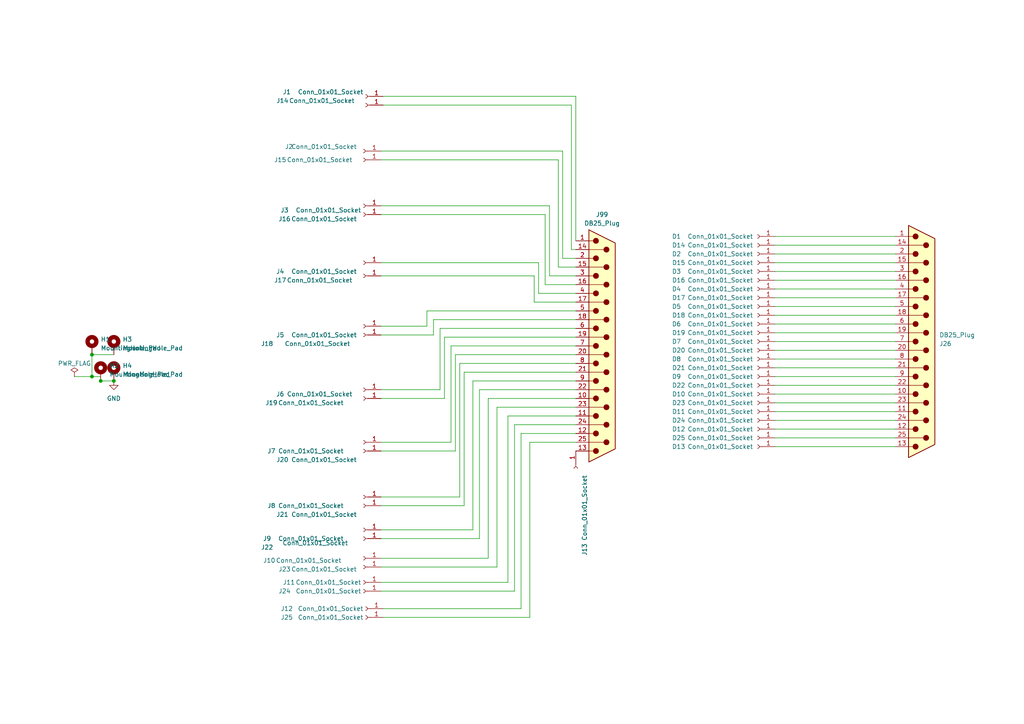
<source format=kicad_sch>
(kicad_sch (version 20230121) (generator eeschema)
  (paper "A4")
  (lib_symbols
    (symbol "Connector:Conn_01x01_Socket" (pin_names (offset 1.016) hide)
      (property "Reference" "J" (at 0 2.54 0))
      (property "Value" "Conn_01x01_Socket" (at 0 -2.54 0))
      (symbol "Conn_01x01_Socket_1_1"
        (polyline (pts (xy -1.27 0) (xy -0.508 0)) (stroke (width 0.1524)))
        (arc (start 0 0.508) (mid -0.5058 0) (end 0 -0.508) (stroke (width 0.1524)))
        (pin passive line (at -5.08 0 0) (length 3.81) (name "Pin_1") (number "1"))
      )
    )
    (symbol "Connector:DB25_Plug" (pin_names (offset 1.016) hide)
      (property "Reference" "J" (at 0 34.29 0))
      (property "Value" "DB25_Plug" (at 0 -34.925 0))
      (symbol "DB25_Plug_0_1"
        (circle (center -1.778 -30.48) (radius 0.762) (fill (type outline)))
        (circle (center -1.778 -25.4) (radius 0.762) (fill (type outline)))
        (circle (center -1.778 -20.32) (radius 0.762) (fill (type outline)))
        (circle (center -1.778 -15.24) (radius 0.762) (fill (type outline)))
        (circle (center -1.778 -10.16) (radius 0.762) (fill (type outline)))
        (circle (center -1.778 -5.08) (radius 0.762) (fill (type outline)))
        (circle (center -1.778 0) (radius 0.762) (fill (type outline)))
        (circle (center -1.778 5.08) (radius 0.762) (fill (type outline)))
        (circle (center -1.778 10.16) (radius 0.762) (fill (type outline)))
        (circle (center -1.778 15.24) (radius 0.762) (fill (type outline)))
        (circle (center -1.778 20.32) (radius 0.762) (fill (type outline)))
        (circle (center -1.778 25.4) (radius 0.762) (fill (type outline)))
        (circle (center -1.778 30.48) (radius 0.762) (fill (type outline)))
        (polyline (pts (xy -3.81 -30.48) (xy -2.54 -30.48)))
        (polyline (pts (xy -3.81 -27.94) (xy 0.508 -27.94)))
        (polyline (pts (xy -3.81 -25.4) (xy -2.54 -25.4)))
        (polyline (pts (xy -3.81 -22.86) (xy 0.508 -22.86)))
        (polyline (pts (xy -3.81 -20.32) (xy -2.54 -20.32)))
        (polyline (pts (xy -3.81 -17.78) (xy 0.508 -17.78)))
        (polyline (pts (xy -3.81 -15.24) (xy -2.54 -15.24)))
        (polyline (pts (xy -3.81 -12.7) (xy 0.508 -12.7)))
        (polyline (pts (xy -3.81 -10.16) (xy -2.54 -10.16)))
        (polyline (pts (xy -3.81 -7.62) (xy 0.508 -7.62)))
        (polyline (pts (xy -3.81 -5.08) (xy -2.54 -5.08)))
        (polyline (pts (xy -3.81 -2.54) (xy 0.508 -2.54)))
        (polyline (pts (xy -3.81 0) (xy -2.54 0)))
        (polyline (pts (xy -3.81 2.54) (xy 0.508 2.54)))
        (polyline (pts (xy -3.81 5.08) (xy -2.54 5.08)))
        (polyline (pts (xy -3.81 7.62) (xy 0.508 7.62)))
        (polyline (pts (xy -3.81 10.16) (xy -2.54 10.16)))
        (polyline (pts (xy -3.81 12.7) (xy 0.508 12.7)))
        (polyline (pts (xy -3.81 15.24) (xy -2.54 15.24)))
        (polyline (pts (xy -3.81 17.78) (xy 0.508 17.78)))
        (polyline (pts (xy -3.81 20.32) (xy -2.54 20.32)))
        (polyline (pts (xy -3.81 22.86) (xy 0.508 22.86)))
        (polyline (pts (xy -3.81 25.4) (xy -2.54 25.4)))
        (polyline (pts (xy -3.81 27.94) (xy 0.508 27.94)))
        (polyline (pts (xy -3.81 30.48) (xy -2.54 30.48)))
        (polyline (pts (xy -3.81 -33.655) (xy 3.81 -29.845) (xy 3.81 29.845) (xy -3.81 33.655) (xy -3.81 -33.655)) (stroke (width 0.254)) (fill (type background)))
        (circle (center 1.27 -27.94) (radius 0.762) (fill (type outline)))
        (circle (center 1.27 -22.86) (radius 0.762) (fill (type outline)))
        (circle (center 1.27 -17.78) (radius 0.762) (fill (type outline)))
        (circle (center 1.27 -12.7) (radius 0.762) (fill (type outline)))
        (circle (center 1.27 -7.62) (radius 0.762) (fill (type outline)))
        (circle (center 1.27 -2.54) (radius 0.762) (fill (type outline)))
        (circle (center 1.27 2.54) (radius 0.762) (fill (type outline)))
        (circle (center 1.27 7.62) (radius 0.762) (fill (type outline)))
        (circle (center 1.27 12.7) (radius 0.762) (fill (type outline)))
        (circle (center 1.27 17.78) (radius 0.762) (fill (type outline)))
        (circle (center 1.27 22.86) (radius 0.762) (fill (type outline)))
        (circle (center 1.27 27.94) (radius 0.762) (fill (type outline)))
      )
      (symbol "DB25_Plug_1_1"
        (pin passive line (at -7.62 -30.48 0) (length 3.81) (name "1") (number "1"))
        (pin passive line (at -7.62 15.24 0) (length 3.81) (name "10") (number "10"))
        (pin passive line (at -7.62 20.32 0) (length 3.81) (name "11") (number "11"))
        (pin passive line (at -7.62 25.4 0) (length 3.81) (name "12") (number "12"))
        (pin passive line (at -7.62 30.48 0) (length 3.81) (name "13") (number "13"))
        (pin passive line (at -7.62 -27.94 0) (length 3.81) (name "P14") (number "14"))
        (pin passive line (at -7.62 -22.86 0) (length 3.81) (name "P15") (number "15"))
        (pin passive line (at -7.62 -17.78 0) (length 3.81) (name "P16") (number "16"))
        (pin passive line (at -7.62 -12.7 0) (length 3.81) (name "P17") (number "17"))
        (pin passive line (at -7.62 -7.62 0) (length 3.81) (name "P18") (number "18"))
        (pin passive line (at -7.62 -2.54 0) (length 3.81) (name "P19") (number "19"))
        (pin passive line (at -7.62 -25.4 0) (length 3.81) (name "2") (number "2"))
        (pin passive line (at -7.62 2.54 0) (length 3.81) (name "P20") (number "20"))
        (pin passive line (at -7.62 7.62 0) (length 3.81) (name "P21") (number "21"))
        (pin passive line (at -7.62 12.7 0) (length 3.81) (name "P22") (number "22"))
        (pin passive line (at -7.62 17.78 0) (length 3.81) (name "P23") (number "23"))
        (pin passive line (at -7.62 22.86 0) (length 3.81) (name "P24") (number "24"))
        (pin passive line (at -7.62 27.94 0) (length 3.81) (name "P25") (number "25"))
        (pin passive line (at -7.62 -20.32 0) (length 3.81) (name "3") (number "3"))
        (pin passive line (at -7.62 -15.24 0) (length 3.81) (name "4") (number "4"))
        (pin passive line (at -7.62 -10.16 0) (length 3.81) (name "5") (number "5"))
        (pin passive line (at -7.62 -5.08 0) (length 3.81) (name "6") (number "6"))
        (pin passive line (at -7.62 0 0) (length 3.81) (name "7") (number "7"))
        (pin passive line (at -7.62 5.08 0) (length 3.81) (name "8") (number "8"))
        (pin passive line (at -7.62 10.16 0) (length 3.81) (name "9") (number "9"))
      )
    )
    (symbol "Mechanical:MountingHole_Pad" (pin_numbers hide) (pin_names (offset 1.016) hide)
      (property "Reference" "H" (at 0 6.35 0))
      (property "Value" "MountingHole_Pad" (at 0 4.445 0))
      (symbol "MountingHole_Pad_0_1"
        (circle (center 0 1.27) (radius 1.27) (stroke (width 1.27)))
      )
      (symbol "MountingHole_Pad_1_1"
        (pin input line (at 0 -2.54 90) (length 2.54) (name "1") (number "1"))
      )
    )
    (symbol "power:GND" (power) (pin_names (offset 0))
      (property "Value" "GND" (at 0 -3.81 0))
      (symbol "GND_0_1"
        (polyline (pts (xy 0 0) (xy 0 -1.27) (xy 1.27 -1.27) (xy 0 -2.54) (xy -1.27 -1.27) (xy 0 -1.27)))
      )
      (symbol "GND_1_1"
        (pin power_in line (at 0 0 270) (length 0) hide (name "GND") (number "1"))
      )
    )
    (symbol "power:PWR_FLAG" (power) (pin_numbers hide) (pin_names (offset 0) hide)
      (property "Value" "PWR_FLAG" (at 0 3.81 0))
      (symbol "PWR_FLAG_0_0"
        (pin power_out line (at 0 0 90) (length 0) (name "pwr") (number "1"))
      )
      (symbol "PWR_FLAG_0_1"
        (polyline (pts (xy 0 0) (xy 0 1.27) (xy -1.016 1.905) (xy 0 2.54) (xy 1.016 1.905) (xy 0 1.27)))
      )
    )
  )
  (junction (at 26.67 102.87))
  (junction (at 33.02 110.49))
  (junction (at 26.67 109.22))
  (junction (at 29.21 110.49))
  (wire (pts (xy 147.32 120.65) (xy 147.32 168.91)))
  (wire (pts (xy 127.635 95.25) (xy 127.635 113.03)))
  (wire (pts (xy 110.49 130.81) (xy 132.08 130.81)))
  (wire (pts (xy 167.005 110.49) (xy 137.16 110.49)))
  (wire (pts (xy 224.79 68.58) (xy 259.715 68.58)))
  (wire (pts (xy 167.005 102.87) (xy 132.08 102.87)))
  (wire (pts (xy 167.005 95.25) (xy 127.635 95.25)))
  (wire (pts (xy 111.125 179.07) (xy 153.67 179.07)))
  (wire (pts (xy 147.32 120.65) (xy 167.005 120.65)))
  (wire (pts (xy 147.32 168.91) (xy 110.49 168.91)))
  (wire (pts (xy 144.145 164.465) (xy 144.145 118.11)))
  (wire (pts (xy 224.79 71.12) (xy 259.715 71.12)))
  (wire (pts (xy 110.49 46.355) (xy 161.925 46.355)))
  (wire (pts (xy 111.125 27.94) (xy 167.005 27.94)))
  (wire (pts (xy 110.49 59.69) (xy 159.385 59.69)))
  (wire (pts (xy 224.79 86.36) (xy 259.715 86.36)))
  (wire (pts (xy 224.79 104.14) (xy 259.715 104.14)))
  (wire (pts (xy 26.67 102.87) (xy 26.67 109.22)))
  (wire (pts (xy 156.21 76.2) (xy 156.21 85.09)))
  (wire (pts (xy 141.605 115.57) (xy 141.605 161.925)))
  (wire (pts (xy 151.13 125.73) (xy 151.13 176.53)))
  (wire (pts (xy 167.005 100.33) (xy 130.81 100.33)))
  (wire (pts (xy 123.825 90.17) (xy 123.825 94.615)))
  (wire (pts (xy 224.79 106.68) (xy 259.715 106.68)))
  (wire (pts (xy 224.79 93.98) (xy 259.715 93.98)))
  (wire (pts (xy 144.145 118.11) (xy 167.005 118.11)))
  (wire (pts (xy 156.21 85.09) (xy 167.005 85.09)))
  (wire (pts (xy 224.79 129.54) (xy 259.715 129.54)))
  (wire (pts (xy 110.49 171.45) (xy 149.225 171.45)))
  (wire (pts (xy 167.005 125.73) (xy 151.13 125.73)))
  (wire (pts (xy 167.005 82.55) (xy 158.115 82.55)))
  (wire (pts (xy 224.79 119.38) (xy 259.715 119.38)))
  (wire (pts (xy 110.49 97.155) (xy 125.73 97.155)))
  (wire (pts (xy 224.79 109.22) (xy 259.715 109.22)))
  (wire (pts (xy 110.49 156.21) (xy 139.065 156.21)))
  (wire (pts (xy 151.13 176.53) (xy 111.125 176.53)))
  (wire (pts (xy 128.905 97.79) (xy 128.905 115.57)))
  (wire (pts (xy 224.79 101.6) (xy 259.715 101.6)))
  (wire (pts (xy 224.79 124.46) (xy 259.715 124.46)))
  (wire (pts (xy 224.79 73.66) (xy 259.715 73.66)))
  (wire (pts (xy 137.16 110.49) (xy 137.16 153.67)))
  (wire (pts (xy 224.79 88.9) (xy 259.715 88.9)))
  (wire (pts (xy 163.195 43.815) (xy 163.195 74.93)))
  (wire (pts (xy 21.59 109.22) (xy 26.67 109.22)))
  (wire (pts (xy 224.79 114.3) (xy 259.715 114.3)))
  (wire (pts (xy 167.005 87.63) (xy 154.94 87.63)))
  (wire (pts (xy 224.79 76.2) (xy 259.715 76.2)))
  (wire (pts (xy 149.225 123.19) (xy 167.005 123.19)))
  (wire (pts (xy 159.385 80.01) (xy 167.005 80.01)))
  (wire (pts (xy 224.79 91.44) (xy 259.715 91.44)))
  (wire (pts (xy 224.79 121.92) (xy 259.715 121.92)))
  (wire (pts (xy 130.81 100.33) (xy 130.81 128.27)))
  (wire (pts (xy 167.005 69.85) (xy 167.005 27.94)))
  (wire (pts (xy 153.67 128.27) (xy 167.005 128.27)))
  (wire (pts (xy 224.79 99.06) (xy 259.715 99.06)))
  (wire (pts (xy 165.735 30.48) (xy 165.735 72.39)))
  (wire (pts (xy 153.67 179.07) (xy 153.67 128.27)))
  (wire (pts (xy 224.79 83.82) (xy 259.715 83.82)))
  (wire (pts (xy 224.79 78.74) (xy 259.715 78.74)))
  (wire (pts (xy 110.49 128.27) (xy 130.81 128.27)))
  (wire (pts (xy 224.79 111.76) (xy 259.715 111.76)))
  (wire (pts (xy 132.08 102.87) (xy 132.08 130.81)))
  (wire (pts (xy 123.825 90.17) (xy 167.005 90.17)))
  (wire (pts (xy 125.73 92.71) (xy 125.73 97.155)))
  (wire (pts (xy 167.005 97.79) (xy 128.905 97.79)))
  (wire (pts (xy 110.49 144.145) (xy 133.35 144.145)))
  (wire (pts (xy 224.79 116.84) (xy 259.715 116.84)))
  (wire (pts (xy 161.925 46.355) (xy 161.925 77.47)))
  (wire (pts (xy 134.62 107.95) (xy 134.62 146.685)))
  (wire (pts (xy 110.49 146.685) (xy 134.62 146.685)))
  (wire (pts (xy 110.49 76.2) (xy 156.21 76.2)))
  (wire (pts (xy 224.79 127) (xy 259.715 127)))
  (wire (pts (xy 139.065 113.03) (xy 167.005 113.03)))
  (wire (pts (xy 149.225 171.45) (xy 149.225 123.19)))
  (wire (pts (xy 26.67 102.87) (xy 33.02 102.87)))
  (wire (pts (xy 163.195 74.93) (xy 167.005 74.93)))
  (wire (pts (xy 125.73 92.71) (xy 167.005 92.71)))
  (wire (pts (xy 158.115 82.55) (xy 158.115 62.23)))
  (wire (pts (xy 224.79 81.28) (xy 259.715 81.28)))
  (wire (pts (xy 29.21 109.22) (xy 29.21 110.49)))
  (wire (pts (xy 110.49 43.815) (xy 163.195 43.815)))
  (wire (pts (xy 137.16 153.67) (xy 110.49 153.67)))
  (wire (pts (xy 110.49 164.465) (xy 144.145 164.465)))
  (wire (pts (xy 133.35 105.41) (xy 133.35 144.145)))
  (wire (pts (xy 165.735 72.39) (xy 167.005 72.39)))
  (wire (pts (xy 29.21 110.49) (xy 33.02 110.49)))
  (wire (pts (xy 111.125 30.48) (xy 165.735 30.48)))
  (wire (pts (xy 110.49 62.23) (xy 158.115 62.23)))
  (wire (pts (xy 139.065 156.21) (xy 139.065 113.03)))
  (wire (pts (xy 167.005 107.95) (xy 134.62 107.95)))
  (wire (pts (xy 167.005 115.57) (xy 141.605 115.57)))
  (wire (pts (xy 141.605 161.925) (xy 110.49 161.925)))
  (wire (pts (xy 224.79 96.52) (xy 259.715 96.52)))
  (wire (pts (xy 159.385 59.69) (xy 159.385 80.01)))
  (wire (pts (xy 110.49 115.57) (xy 128.905 115.57)))
  (wire (pts (xy 167.005 105.41) (xy 133.35 105.41)))
  (wire (pts (xy 110.49 80.01) (xy 154.94 80.01)))
  (wire (pts (xy 110.49 94.615) (xy 123.825 94.615)))
  (wire (pts (xy 154.94 87.63) (xy 154.94 80.01)))
  (wire (pts (xy 26.67 109.22) (xy 29.21 109.22)))
  (wire (pts (xy 161.925 77.47) (xy 167.005 77.47)))
  (wire (pts (xy 110.49 113.03) (xy 127.635 113.03)))
  (symbol (lib_id "Connector:Conn_01x01_Socket") (at 106.045 30.48 0) (mirror y) (unit 1)
    (property "Reference" "J14" (at 81.915 29.21 0))
    (property "Value" "Conn_01x01_Socket" (at 93.345 29.21 0))
    (property "Footprint" "0_footprint_Library:SolderWirePad_1x01_SMD_0.5x2mm_1" (effects hide))
  )
  (symbol (lib_id "Connector:Conn_01x01_Socket") (at 167.005 135.89 90) (mirror x) (unit 1)
    (property "Reference" "J13" (at 169.545 159.385 0))
    (property "Value" "Conn_01x01_Socket" (at 169.545 147.32 0))
    (property "Footprint" "0_footprint_Library:SolderWirePad_1x01_SMD_0.258x2mm" (effects hide))
  )
  (symbol (lib_id "Connector:Conn_01x01_Socket") (at 105.41 43.815 0) (mirror y) (unit 1)
    (property "Reference" "J2" (at 83.82 42.545 0))
    (property "Value" "Conn_01x01_Socket" (at 93.98 42.545 0))
    (property "Footprint" "0_footprint_Library:SolderWirePad_1x01_SMD_0.258x2mm" (effects hide))
  )
  (symbol (lib_id "Connector:Conn_01x01_Socket") (at 105.41 97.155 0) (mirror y) (unit 1)
    (property "Reference" "J18" (at 77.47 99.695 0))
    (property "Value" "Conn_01x01_Socket" (at 92.075 99.695 0))
    (property "Footprint" "0_footprint_Library:SolderWirePad_1x01_SMD_0.5x2mm_1" (effects hide))
  )
  (symbol (lib_id "Connector:Conn_01x01_Socket") (at 219.71 83.82 0) (mirror y) (unit 1)
    (property "Reference" "D4" (at 196.215 83.82 0))
    (property "Value" "Conn_01x01_Socket" (at 208.915 83.82 0))
    (property "Footprint" "0_footprint_Library:SolderWirePad_1x01_SMD_0.258x2mm" (effects hide))
  )
  (symbol (lib_id "Connector:Conn_01x01_Socket") (at 105.41 153.67 0) (mirror y) (unit 1)
    (property "Reference" "J9" (at 77.47 156.21 0))
    (property "Value" "Conn_01x01_Socket" (at 90.17 156.21 0))
    (property "Footprint" "0_footprint_Library:SolderWirePad_1x01_SMD_0.258x2mm" (effects hide))
  )
  (symbol (lib_id "Connector:Conn_01x01_Socket") (at 105.41 164.465 0) (mirror y) (unit 1)
    (property "Reference" "J23" (at 82.55 165.1 0))
    (property "Value" "Conn_01x01_Socket" (at 93.98 165.1 0))
    (property "Footprint" "0_footprint_Library:SolderWirePad_1x01_SMD_0.5x2mm_1" (effects hide))
  )
  (symbol (lib_id "Connector:Conn_01x01_Socket") (at 219.71 111.76 0) (mirror y) (unit 1)
    (property "Reference" "D22" (at 196.85 111.76 0))
    (property "Value" "Conn_01x01_Socket" (at 208.915 111.76 0))
    (property "Footprint" "0_footprint_Library:SolderWirePad_1x01_SMD_0.258x2mm" (effects hide))
  )
  (symbol (lib_id "Connector:Conn_01x01_Socket") (at 219.71 96.52 0) (mirror y) (unit 1)
    (property "Reference" "D19" (at 196.85 96.52 0))
    (property "Value" "Conn_01x01_Socket" (at 208.915 96.52 0))
    (property "Footprint" "0_footprint_Library:SolderWirePad_1x01_SMD_0.258x2mm" (effects hide))
  )
  (symbol (lib_id "Connector:Conn_01x01_Socket") (at 219.71 109.22 0) (mirror y) (unit 1)
    (property "Reference" "D9" (at 196.215 109.22 0))
    (property "Value" "Conn_01x01_Socket" (at 208.915 109.22 0))
    (property "Footprint" "0_footprint_Library:SolderWirePad_1x01_SMD_0.258x2mm" (effects hide))
  )
  (symbol (lib_id "Connector:Conn_01x01_Socket") (at 105.41 156.21 0) (mirror y) (unit 1)
    (property "Reference" "J22" (at 77.47 158.75 0))
    (property "Value" "Conn_01x01_Socket" (at 91.44 157.48 0))
    (property "Footprint" "0_footprint_Library:SolderWirePad_1x01_SMD_0.5x2mm_1" (effects hide))
  )
  (symbol (lib_id "Connector:Conn_01x01_Socket") (at 219.71 88.9 0) (mirror y) (unit 1)
    (property "Reference" "D5" (at 196.215 88.9 0))
    (property "Value" "Conn_01x01_Socket" (at 208.915 88.9 0))
    (property "Footprint" "0_footprint_Library:SolderWirePad_1x01_SMD_0.258x2mm" (effects hide))
  )
  (symbol (lib_id "Connector:Conn_01x01_Socket") (at 105.41 146.685 0) (mirror y) (unit 1)
    (property "Reference" "J21" (at 81.915 149.225 0))
    (property "Value" "Conn_01x01_Socket" (at 93.98 149.225 0))
    (property "Footprint" "0_footprint_Library:SolderWirePad_1x01_SMD_0.5x2mm_1" (effects hide))
  )
  (symbol (lib_id "Connector:Conn_01x01_Socket") (at 105.41 59.69 0) (mirror y) (unit 1)
    (property "Reference" "J3" (at 82.55 60.96 0))
    (property "Value" "Conn_01x01_Socket" (at 95.25 60.96 0))
    (property "Footprint" "0_footprint_Library:SolderWirePad_1x01_SMD_0.258x2mm" (effects hide))
  )
  (symbol (lib_id "power:GND") (at 33.02 110.49 0) (unit 1)
    (property "Reference" "#PWR01" (effects hide))
    (property "Value" "GND" (at 33.02 115.57 0))
  )
  (symbol (lib_id "Mechanical:MountingHole_Pad") (at 29.21 107.95 0) (unit 1)
    (property "Reference" "H2" (at 31.75 106.045 0) (effects (justify left)))
    (property "Value" "MountingHole_Pad" (at 31.75 108.585 0) (effects (justify left)))
    (property "Footprint" "0_footprint_Library:MountingHole_3mm_2-56_DIN965_Pad" (effects hide))
  )
  (symbol (lib_id "Connector:Conn_01x01_Socket") (at 106.045 179.07 0) (mirror y) (unit 1)
    (property "Reference" "J25" (at 83.185 179.07 0))
    (property "Value" "Conn_01x01_Socket" (at 95.885 179.07 0))
    (property "Footprint" "0_footprint_Library:SolderWirePad_1x01_SMD_0.5x2mm_1" (effects hide))
  )
  (symbol (lib_id "Connector:Conn_01x01_Socket") (at 105.41 115.57 0) (mirror y) (unit 1)
    (property "Reference" "J19" (at 78.74 116.84 0))
    (property "Value" "Conn_01x01_Socket" (at 90.17 116.84 0))
    (property "Footprint" "0_footprint_Library:SolderWirePad_1x01_SMD_0.5x2mm_1" (effects hide))
  )
  (symbol (lib_id "Connector:Conn_01x01_Socket") (at 219.71 99.06 0) (mirror y) (unit 1)
    (property "Reference" "D7" (at 196.215 99.06 0))
    (property "Value" "Conn_01x01_Socket" (at 208.915 99.06 0))
    (property "Footprint" "0_footprint_Library:SolderWirePad_1x01_SMD_0.258x2mm" (effects hide))
  )
  (symbol (lib_id "Connector:Conn_01x01_Socket") (at 105.41 62.23 0) (mirror y) (unit 1)
    (property "Reference" "J16" (at 82.55 63.5 0))
    (property "Value" "Conn_01x01_Socket" (at 93.98 63.5 0))
    (property "Footprint" "0_footprint_Library:SolderWirePad_1x01_SMD_0.5x2mm_1" (effects hide))
  )
  (symbol (lib_id "Mechanical:MountingHole_Pad") (at 26.67 100.33 0) (unit 1)
    (property "Reference" "H1" (at 29.21 98.425 0) (effects (justify left)))
    (property "Value" "MountingHole_Pad" (at 29.21 100.965 0) (effects (justify left)))
    (property "Footprint" "0_footprint_Library:MountingHole_3mm_2-56_DIN965_Pad" (effects hide))
  )
  (symbol (lib_id "Connector:Conn_01x01_Socket") (at 219.71 93.98 0) (mirror y) (unit 1)
    (property "Reference" "D6" (at 196.215 93.98 0))
    (property "Value" "Conn_01x01_Socket" (at 208.915 93.98 0))
    (property "Footprint" "0_footprint_Library:SolderWirePad_1x01_SMD_0.258x2mm" (effects hide))
  )
  (symbol (lib_id "Connector:Conn_01x01_Socket") (at 219.71 81.28 0) (mirror y) (unit 1)
    (property "Reference" "D16" (at 196.85 81.28 0))
    (property "Value" "Conn_01x01_Socket" (at 208.915 81.28 0))
    (property "Footprint" "0_footprint_Library:SolderWirePad_1x01_SMD_0.258x2mm" (effects hide))
  )
  (symbol (lib_id "Connector:Conn_01x01_Socket") (at 219.71 76.2 0) (mirror y) (unit 1)
    (property "Reference" "D15" (at 196.85 76.2 0))
    (property "Value" "Conn_01x01_Socket" (at 208.915 76.2 0))
    (property "Footprint" "0_footprint_Library:SolderWirePad_1x01_SMD_0.258x2mm" (effects hide))
  )
  (symbol (lib_id "Connector:Conn_01x01_Socket") (at 219.71 114.3 0) (mirror y) (unit 1)
    (property "Reference" "D10" (at 196.85 114.3 0))
    (property "Value" "Conn_01x01_Socket" (at 208.915 114.3 0))
    (property "Footprint" "0_footprint_Library:SolderWirePad_1x01_SMD_0.258x2mm" (effects hide))
  )
  (symbol (lib_id "Connector:Conn_01x01_Socket") (at 106.045 27.94 0) (mirror y) (unit 1)
    (property "Reference" "J1" (at 83.185 26.67 0))
    (property "Value" "Conn_01x01_Socket" (at 95.885 26.67 0))
    (property "Footprint" "0_footprint_Library:SolderWirePad_1x01_SMD_0.258x2mm" (effects hide))
  )
  (symbol (lib_id "Connector:Conn_01x01_Socket") (at 105.41 46.355 0) (mirror y) (unit 1)
    (property "Reference" "J15" (at 81.28 46.355 0))
    (property "Value" "Conn_01x01_Socket" (at 92.71 46.355 0))
    (property "Footprint" "0_footprint_Library:SolderWirePad_1x01_SMD_0.5x2mm_1" (effects hide))
  )
  (symbol (lib_id "Connector:Conn_01x01_Socket") (at 105.41 168.91 0) (mirror y) (unit 1)
    (property "Reference" "J11" (at 83.82 168.91 0))
    (property "Value" "Conn_01x01_Socket" (at 95.25 168.91 0))
    (property "Footprint" "0_footprint_Library:SolderWirePad_1x01_SMD_0.258x2mm" (effects hide))
  )
  (symbol (lib_id "Connector:Conn_01x01_Socket") (at 105.41 144.145 0) (mirror y) (unit 1)
    (property "Reference" "J8" (at 78.74 146.685 0))
    (property "Value" "Conn_01x01_Socket" (at 90.17 146.685 0))
    (property "Footprint" "0_footprint_Library:SolderWirePad_1x01_SMD_0.258x2mm" (effects hide))
  )
  (symbol (lib_id "Connector:Conn_01x01_Socket") (at 219.71 71.12 0) (mirror y) (unit 1)
    (property "Reference" "D14" (at 196.85 71.12 0))
    (property "Value" "Conn_01x01_Socket" (at 208.915 71.12 0))
    (property "Footprint" "0_footprint_Library:SolderWirePad_1x01_SMD_0.258x2mm" (effects hide))
  )
  (symbol (lib_id "Connector:Conn_01x01_Socket") (at 105.41 161.925 0) (mirror y) (unit 1)
    (property "Reference" "J10" (at 78.105 162.56 0))
    (property "Value" "Conn_01x01_Socket" (at 89.535 162.56 0))
    (property "Footprint" "0_footprint_Library:SolderWirePad_1x01_SMD_0.258x2mm" (effects hide))
  )
  (symbol (lib_id "Connector:Conn_01x01_Socket") (at 105.41 130.81 0) (mirror y) (unit 1)
    (property "Reference" "J20" (at 81.915 133.35 0))
    (property "Value" "Conn_01x01_Socket" (at 93.98 133.35 0))
    (property "Footprint" "0_footprint_Library:SolderWirePad_1x01_SMD_0.5x2mm_1" (effects hide))
  )
  (symbol (lib_id "Connector:Conn_01x01_Socket") (at 106.045 176.53 0) (mirror y) (unit 1)
    (property "Reference" "J12" (at 83.185 176.53 0))
    (property "Value" "Conn_01x01_Socket" (at 95.885 176.53 0))
    (property "Footprint" "0_footprint_Library:SolderWirePad_1x01_SMD_0.258x2mm" (effects hide))
  )
  (symbol (lib_id "Connector:Conn_01x01_Socket") (at 105.41 171.45 0) (mirror y) (unit 1)
    (property "Reference" "J24" (at 82.55 171.45 0))
    (property "Value" "Conn_01x01_Socket" (at 95.25 171.45 0))
    (property "Footprint" "0_footprint_Library:SolderWirePad_1x01_SMD_0.5x2mm_1" (effects hide))
  )
  (symbol (lib_id "Connector:Conn_01x01_Socket") (at 105.41 94.615 0) (mirror y) (unit 1)
    (property "Reference" "J5" (at 81.28 97.155 0))
    (property "Value" "Conn_01x01_Socket" (at 93.98 97.155 0))
    (property "Footprint" "0_footprint_Library:SolderWirePad_1x01_SMD_0.258x2mm" (effects hide))
  )
  (symbol (lib_id "Mechanical:MountingHole_Pad") (at 33.02 100.33 0) (unit 1)
    (property "Reference" "H3" (at 35.56 98.425 0) (effects (justify left)))
    (property "Value" "MountingHole_Pad" (at 35.56 100.965 0) (effects (justify left)))
    (property "Footprint" "0_footprint_Library:MountingHole_3mm_2-56_DIN965_Pad" (effects hide))
  )
  (symbol (lib_id "Mechanical:MountingHole_Pad") (at 33.02 107.95 0) (unit 1)
    (property "Reference" "H4" (at 35.56 106.045 0) (effects (justify left)))
    (property "Value" "MountingHole_Pad" (at 35.56 108.585 0) (effects (justify left)))
    (property "Footprint" "0_footprint_Library:MountingHole_3mm_2-56_DIN965_Pad" (effects hide))
  )
  (symbol (lib_id "Connector:Conn_01x01_Socket") (at 219.71 129.54 0) (mirror y) (unit 1)
    (property "Reference" "D13" (at 196.85 129.54 0))
    (property "Value" "Conn_01x01_Socket" (at 208.915 129.54 0))
    (property "Footprint" "0_footprint_Library:SolderWirePad_1x01_SMD_0.5x2mm_1" (effects hide))
  )
  (symbol (lib_id "Connector:DB25_Plug") (at 174.625 100.33 0) (mirror x) (unit 1)
    (property "Reference" "J99" (at 174.625 62.23 0))
    (property "Value" "DB25_Plug" (at 174.625 64.77 0))
    (property "Footprint" "0_footprint_Library:Norcomp-380-025-113L001-microd_Updated" (effects hide))
    (property "Datasheet" " ~" (effects hide))
  )
  (symbol (lib_id "Connector:Conn_01x01_Socket") (at 219.71 78.74 0) (mirror y) (unit 1)
    (property "Reference" "D3" (at 196.215 78.74 0))
    (property "Value" "Conn_01x01_Socket" (at 208.915 78.74 0))
    (property "Footprint" "0_footprint_Library:SolderWirePad_1x01_SMD_0.5x2mm_1" (effects hide))
  )
  (symbol (lib_id "Connector:Conn_01x01_Socket") (at 219.71 68.58 0) (mirror y) (unit 1)
    (property "Reference" "D1" (at 196.215 68.58 0))
    (property "Value" "Conn_01x01_Socket" (at 208.915 68.58 0))
    (property "Footprint" "0_footprint_Library:SolderWirePad_1x01_SMD_0.258x2mm" (effects hide))
  )
  (symbol (lib_id "power:PWR_FLAG") (at 21.59 109.22 0) (unit 1)
    (property "Reference" "#FLG01" (effects hide))
    (property "Value" "PWR_FLAG" (at 21.59 105.41 0))
  )
  (symbol (lib_id "Connector:DB25_Plug") (at 267.335 99.06 0) (mirror x) (unit 1)
    (property "Reference" "J26" (at 272.415 99.695 0) (effects (justify left)))
    (property "Value" "DB25_Plug" (at 272.415 97.155 0) (effects (justify left)))
    (property "Footprint" "0_footprint_Library:Norcomp-380-025-113L001-microd_Updated" (effects hide))
    (property "Datasheet" " ~" (effects hide))
  )
  (symbol (lib_id "Connector:Conn_01x01_Socket") (at 105.41 80.01 0) (mirror y) (unit 1)
    (property "Reference" "J17" (at 81.28 81.28 0))
    (property "Value" "Conn_01x01_Socket" (at 92.71 81.28 0))
    (property "Footprint" "0_footprint_Library:SolderWirePad_1x01_SMD_0.5x2mm_1" (effects hide))
  )
  (symbol (lib_id "Connector:Conn_01x01_Socket") (at 219.71 91.44 0) (mirror y) (unit 1)
    (property "Reference" "D18" (at 196.85 91.44 0))
    (property "Value" "Conn_01x01_Socket" (at 208.915 91.44 0))
    (property "Footprint" "0_footprint_Library:SolderWirePad_1x01_SMD_0.5x2mm_1" (effects hide))
  )
  (symbol (lib_id "Connector:Conn_01x01_Socket") (at 219.71 101.6 0) (mirror y) (unit 1)
    (property "Reference" "D20" (at 196.85 101.6 0))
    (property "Value" "Conn_01x01_Socket" (at 208.915 101.6 0))
    (property "Footprint" "0_footprint_Library:SolderWirePad_1x01_SMD_0.258x2mm" (effects hide))
  )
  (symbol (lib_id "Connector:Conn_01x01_Socket") (at 219.71 119.38 0) (mirror y) (unit 1)
    (property "Reference" "D11" (at 196.85 119.38 0))
    (property "Value" "Conn_01x01_Socket" (at 208.915 119.38 0))
    (property "Footprint" "0_footprint_Library:SolderWirePad_1x01_SMD_0.258x2mm" (effects hide))
  )
  (symbol (lib_id "Connector:Conn_01x01_Socket") (at 219.71 127 0) (mirror y) (unit 1)
    (property "Reference" "D25" (at 196.85 127 0))
    (property "Value" "Conn_01x01_Socket" (at 208.915 127 0))
    (property "Footprint" "0_footprint_Library:SolderWirePad_1x01_SMD_0.258x2mm" (effects hide))
  )
  (symbol (lib_id "Connector:Conn_01x01_Socket") (at 219.71 124.46 0) (mirror y) (unit 1)
    (property "Reference" "D12" (at 196.85 124.46 0))
    (property "Value" "Conn_01x01_Socket" (at 208.915 124.46 0))
    (property "Footprint" "0_footprint_Library:SolderWirePad_1x01_SMD_0.258x2mm" (effects hide))
  )
  (symbol (lib_id "Connector:Conn_01x01_Socket") (at 105.41 128.27 0) (mirror y) (unit 1)
    (property "Reference" "J7" (at 78.74 130.81 0))
    (property "Value" "Conn_01x01_Socket" (at 90.17 130.81 0))
    (property "Footprint" "0_footprint_Library:SolderWirePad_1x01_SMD_0.258x2mm" (effects hide))
  )
  (symbol (lib_id "Connector:Conn_01x01_Socket") (at 219.71 106.68 0) (mirror y) (unit 1)
    (property "Reference" "D21" (at 196.85 106.68 0))
    (property "Value" "Conn_01x01_Socket" (at 208.915 106.68 0))
    (property "Footprint" "0_footprint_Library:SolderWirePad_1x01_SMD_0.258x2mm" (effects hide))
  )
  (symbol (lib_id "Connector:Conn_01x01_Socket") (at 105.41 76.2 0) (mirror y) (unit 1)
    (property "Reference" "J4" (at 81.28 78.74 0))
    (property "Value" "Conn_01x01_Socket" (at 93.98 78.74 0))
    (property "Footprint" "0_footprint_Library:SolderWirePad_1x01_SMD_0.258x2mm" (effects hide))
  )
  (symbol (lib_id "Connector:Conn_01x01_Socket") (at 219.71 121.92 0) (mirror y) (unit 1)
    (property "Reference" "D24" (at 196.85 121.92 0))
    (property "Value" "Conn_01x01_Socket" (at 208.915 121.92 0))
    (property "Footprint" "0_footprint_Library:SolderWirePad_1x01_SMD_0.258x2mm" (effects hide))
  )
  (symbol (lib_id "Connector:Conn_01x01_Socket") (at 105.41 113.03 0) (mirror y) (unit 1)
    (property "Reference" "J6" (at 81.28 114.3 0))
    (property "Value" "Conn_01x01_Socket" (at 92.71 114.3 0))
    (property "Footprint" "0_footprint_Library:SolderWirePad_1x01_SMD_0.258x2mm" (effects hide))
  )
  (symbol (lib_id "Connector:Conn_01x01_Socket") (at 219.71 73.66 0) (mirror y) (unit 1)
    (property "Reference" "D2" (at 196.215 73.66 0))
    (property "Value" "Conn_01x01_Socket" (at 208.915 73.66 0))
    (property "Footprint" "0_footprint_Library:SolderWirePad_1x01_SMD_0.258x2mm" (effects hide))
  )
  (symbol (lib_id "Connector:Conn_01x01_Socket") (at 219.71 86.36 0) (mirror y) (unit 1)
    (property "Reference" "D17" (at 196.85 86.36 0))
    (property "Value" "Conn_01x01_Socket" (at 208.915 86.36 0))
    (property "Footprint" "0_footprint_Library:SolderWirePad_1x01_SMD_0.258x2mm" (effects hide))
  )
  (symbol (lib_id "Connector:Conn_01x01_Socket") (at 219.71 116.84 0) (mirror y) (unit 1)
    (property "Reference" "D23" (at 196.85 116.84 0))
    (property "Value" "Conn_01x01_Socket" (at 208.915 116.84 0))
    (property "Footprint" "0_footprint_Library:SolderWirePad_1x01_SMD_0.5x2mm_1" (effects hide))
  )
  (symbol (lib_id "Connector:Conn_01x01_Socket") (at 219.71 104.14 0) (mirror y) (unit 1)
    (property "Reference" "D8" (at 196.215 104.14 0))
    (property "Value" "Conn_01x01_Socket" (at 208.915 104.14 0))
    (property "Footprint" "0_footprint_Library:SolderWirePad_1x01_SMD_0.5x2mm_1" (effects hide))
  )
)
</source>
